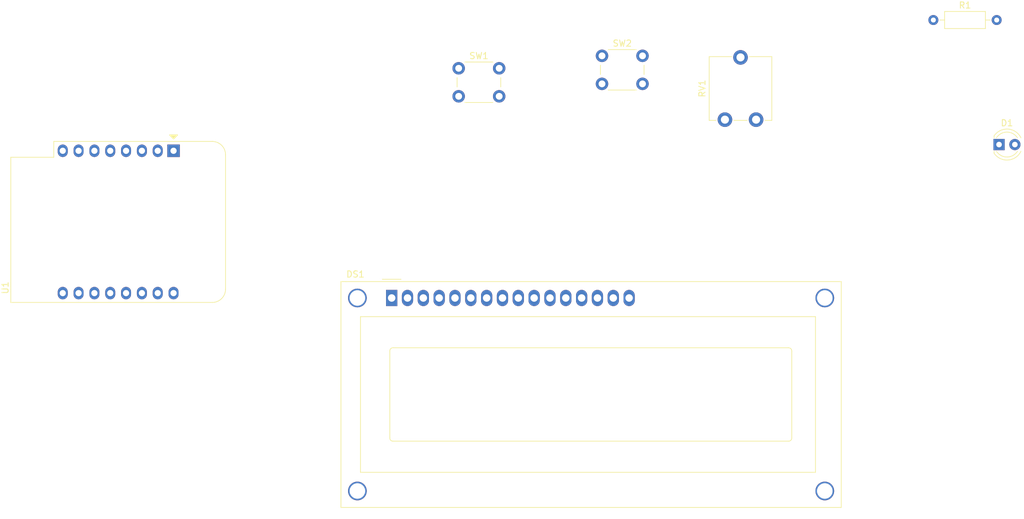
<source format=kicad_pcb>
(kicad_pcb (version 20211014) (generator pcbnew)
  (layers (0 "F.Cu" signal) (31 "B.Cu" signal) (34 "B.Paste" user) (35 "F.Paste" user) (36 "B.SilkS" user "B.Silkscreen") (37 "F.SilkS" user "F.Silkscreen") (38 "B.Mask" user) (39 "F.Mask" user) (44 "Edge.Cuts" user))
  (net 0 "")
  (net 1 "Net-(D1-Pad2)")
  (net 2 "Net-(R1-Pad1)")
  (net 5 "Net-(U1-Pad10)")
  (net 6 "Net-(U1-Pad9)")
  (net 7 "Net-(DS1-Pad3)")
  (net 8 "Net-(DS1-Pad4)")
  (net 9 "Net-(DS1-Pad6)")
  (net 17 "Net-(DS1-Pad11)")
  (net 18 "Net-(DS1-Pad12)")
  (net 19 "Net-(DS1-Pad13)")
  (net 20 "Net-(DS1-Pad14)")
  (net 21 "Net-(SW1-Pad2)")
  (net 22 "Net-(SW2-Pad2)")
  (footprint "Resistor_THT:R_Axial_DIN0207_L6.3mm_D2.5mm_P10.16mm_Horizontal" (layer "F.Cu") (at 192.92 59)
    (fp_text reference "R1" (at 5.08 -2.37) (layer "F.SilkS"))
    (fp_text value "220")
    (fp_line (start 1.81 -1.37) (end 1.81 1.37) (layer "F.SilkS") (width 0.12))
    (fp_line (start 1.04 0) (end 1.81 0) (layer "F.SilkS") (width 0.12))
    (fp_line (start 8.35 -1.37) (end 1.81 -1.37) (layer "F.SilkS") (width 0.12))
    (fp_line (start 9.12 0) (end 8.35 0) (layer "F.SilkS") (width 0.12))
    (fp_line (start 1.81 1.37) (end 8.35 1.37) (layer "F.SilkS") (width 0.12))
    (fp_line (start 8.35 1.37) (end 8.35 -1.37) (layer "F.SilkS") (width 0.12))
    (pad "1" thru_hole circle (at 0 0) (size 1.6 1.6) (drill 0.8) (layers *.Cu *.Mask) (net 2 "Net-(R1-Pad1)"))
    (pad "2" thru_hole oval (at 10.16 0) (size 1.6 1.6) (drill 0.8) (layers *.Cu *.Mask) (net 1 "Net-(D1-Pad2)"))
  )
  (footprint "LED_THT:LED_D4.0mm" (layer "F.Cu") (at 203.46 79)
    (fp_text reference "D1" (at 1.27 -3.46) (layer "F.SilkS"))
    (fp_text value "LED")
    (fp_line (start -0.79 -1.399) (end -0.79 -1.08) (layer "F.SilkS") (width 0.12))
    (fp_line (start -0.79 1.08) (end -0.79 1.399) (layer "F.SilkS") (width 0.12))
    (fp_arc (start -0.79 -1.398749) (mid 1.453519 -2.483228) (end 3.513242 -1.080724) (layer "F.SilkS") (width 0.12))
    (fp_arc (start 2.952713 1.080961) (mid 1.269429 2) (end -0.41333 1.08) (layer "F.SilkS") (width 0.12))
    (fp_arc (start 3.513242 1.080724) (mid 1.453519 2.483228) (end -0.79 1.398749) (layer "F.SilkS") (width 0.12))
    (fp_arc (start -0.41333 -1.08) (mid 1.269429 -2) (end 2.952713 -1.080961) (layer "F.SilkS") (width 0.12))
    (pad "1" thru_hole rect (at 0 0) (size 1.8 1.8) (drill 0.9) (layers *.Cu *.Mask) (net 5 "Net-(U1-Pad10)"))
    (pad "2" thru_hole circle (at 2.54 0) (size 1.8 1.8) (drill 0.9) (layers *.Cu *.Mask) (net 1 "Net-(D1-Pad2)"))
  )
  (footprint "Button_Switch_THT:SW_PUSH_6mm_H4.3mm" (layer "F.Cu") (at 139.75 64.75)
    (fp_text reference "SW2" (at 3.25 -2) (layer "F.SilkS"))
    (fp_text value "SW_Stop")
    (fp_line (start -0.25 1.5) (end -0.25 3) (layer "F.SilkS") (width 0.12))
    (fp_line (start 1 5.5) (end 5.5 5.5) (layer "F.SilkS") (width 0.12))
    (fp_line (start 5.5 -1) (end 1 -1) (layer "F.SilkS") (width 0.12))
    (fp_line (start 6.75 3) (end 6.75 1.5) (layer "F.SilkS") (width 0.12))
    (pad "1" thru_hole circle (at 0 0 90) (size 2 2) (drill 1.1) (layers *.Cu *.Mask) (net 5 "Net-(U1-Pad10)"))
    (pad "1" thru_hole circle (at 6.5 0 90) (size 2 2) (drill 1.1) (layers *.Cu *.Mask) (net 5 "Net-(U1-Pad10)"))
    (pad "2" thru_hole circle (at 0 4.5 90) (size 2 2) (drill 1.1) (layers *.Cu *.Mask) (net 22 "Net-(SW2-Pad2)"))
    (pad "2" thru_hole circle (at 6.5 4.5 90) (size 2 2) (drill 1.1) (layers *.Cu *.Mask) (net 22 "Net-(SW2-Pad2)"))
  )
  (footprint "Module:WEMOS_D1_mini_light" (layer "F.Cu") (at 71 80 -90)
    (fp_text reference "U1" (at 22 27 90) (layer "F.SilkS"))
    (fp_text value "WeMos_D1_mini")
    (fp_line (start -1.5 19.22) (end -1.5 -6.21) (layer "F.SilkS") (width 0.12))
    (fp_line (start 22.24 -8.34) (end 0.63 -8.34) (layer "F.SilkS") (width 0.12))
    (fp_line (start 1.04 19.22) (end 1.04 26.12) (layer "F.SilkS") (width 0.12))
    (fp_line (start -1.5 19.22) (end 1.04 19.22) (layer "F.SilkS") (width 0.12))
    (fp_line (start 24.36 26.12) (end 24.36 -6.21) (layer "F.SilkS") (width 0.12))
    (fp_line (start 1.04 26.12) (end 24.36 26.12) (layer "F.SilkS") (width 0.12))
    (fp_arc (start 22.23 -8.34) (mid 23.736137 -7.716137) (end 24.36 -6.21) (layer "F.SilkS") (width 0.12))
    (fp_arc (start -1.5 -6.21) (mid -0.876137 -7.716137) (end 0.63 -8.34) (layer "F.SilkS") (width 0.12))
    (fp_poly (pts (xy -2.54 -0.635) (xy -2.54 0.635) (xy -1.905 0)) (layer "F.SilkS") (width 0.15) (fill solid))
    (pad "1" thru_hole rect (at 0 0 270) (size 2 2) (drill 1) (layers *.Cu *.Mask))
    (pad "2" thru_hole oval (at 0 2.54 270) (size 2 1.6) (drill 1) (layers *.Cu *.Mask))
    (pad "3" thru_hole oval (at 0 5.08 270) (size 2 1.6) (drill 1) (layers *.Cu *.Mask) (net 17 "Net-(DS1-Pad11)"))
    (pad "4" thru_hole oval (at 0 7.62 270) (size 2 1.6) (drill 1) (layers *.Cu *.Mask) (net 20 "Net-(DS1-Pad14)"))
    (pad "5" thru_hole oval (at 0 10.16 270) (size 2 1.6) (drill 1) (layers *.Cu *.Mask) (net 19 "Net-(DS1-Pad13)"))
    (pad "6" thru_hole oval (at 0 12.7 270) (size 2 1.6) (drill 1) (layers *.Cu *.Mask) (net 18 "Net-(DS1-Pad12)"))
    (pad "7" thru_hole oval (at 0 15.24 270) (size 2 1.6) (drill 1) (layers *.Cu *.Mask) (net 9 "Net-(DS1-Pad6)"))
    (pad "8" thru_hole oval (at 0 17.78 270) (size 2 1.6) (drill 1) (layers *.Cu *.Mask))
    (pad "9" thru_hole oval (at 22.86 17.78 270) (size 2 1.6) (drill 1) (layers *.Cu *.Mask) (net 6 "Net-(U1-Pad9)"))
    (pad "10" thru_hole oval (at 22.86 15.24 270) (size 2 1.6) (drill 1) (layers *.Cu *.Mask) (net 5 "Net-(U1-Pad10)"))
    (pad "11" thru_hole oval (at 22.86 12.7 270) (size 2 1.6) (drill 1) (layers *.Cu *.Mask) (net 2 "Net-(R1-Pad1)"))
    (pad "12" thru_hole oval (at 22.86 10.16 270) (size 2 1.6) (drill 1) (layers *.Cu *.Mask) (net 21 "Net-(SW1-Pad2)"))
    (pad "13" thru_hole oval (at 22.86 7.62 270) (size 2 1.6) (drill 1) (layers *.Cu *.Mask) (net 22 "Net-(SW2-Pad2)"))
    (pad "14" thru_hole oval (at 22.86 5.08 270) (size 2 1.6) (drill 1) (layers *.Cu *.Mask) (net 8 "Net-(DS1-Pad4)"))
    (pad "15" thru_hole oval (at 22.86 2.54 270) (size 2 1.6) (drill 1) (layers *.Cu *.Mask))
    (pad "16" thru_hole oval (at 22.86 0 270) (size 2 1.6) (drill 1) (layers *.Cu *.Mask))
  )
  (footprint "Potentiometer_THT:Potentiometer_ACP_CA9-V10_Vertical" (layer "F.Cu") (at 164.475 75 90)
    (fp_text reference "RV1" (at 5 -8.65 90) (layer "F.SilkS"))
    (fp_text value "R_Potentiometer")
    (fp_line (start -0.12 1.425) (end -0.12 2.52) (layer "F.SilkS") (width 0.12))
    (fp_line (start -0.12 -7.521) (end -0.12 -6.426) (layer "F.SilkS") (width 0.12))
    (fp_line (start -0.12 2.52) (end 10.12 2.52) (layer "F.SilkS") (width 0.12))
    (fp_line (start -0.12 -7.521) (end 10.12 -7.521) (layer "F.SilkS") (width 0.12))
    (fp_line (start -0.12 -3.574) (end -0.12 -1.425) (layer "F.SilkS") (width 0.12))
    (fp_line (start 10.12 -7.521) (end 10.12 -3.925) (layer "F.SilkS") (width 0.12))
    (fp_line (start 10.12 -1.075) (end 10.12 2.52) (layer "F.SilkS") (width 0.12))
    (pad "1" thru_hole circle (at 0 0 90) (size 2.34 2.34) (drill 1.3) (layers *.Cu *.Mask) (net 5 "Net-(U1-Pad10)"))
    (pad "2" thru_hole circle (at 10 -2.5 90) (size 2.34 2.34) (drill 1.3) (layers *.Cu *.Mask) (net 7 "Net-(DS1-Pad3)"))
    (pad "3" thru_hole circle (at 0 -5 90) (size 2.34 2.34) (drill 1.3) (layers *.Cu *.Mask) (net 6 "Net-(U1-Pad9)"))
  )
  (footprint "Display:WC1602A" (layer "F.Cu") (at 106 103.6425)
    (fp_text reference "DS1" (at -5.82 -3.81) (layer "F.SilkS"))
    (fp_text value "WC1602A")
    (fp_line (start 68 28) (end -5 28) (layer "F.SilkS") (width 0.12))
    (fp_line (start 0.2 8) (end 63.7 8) (layer "F.SilkS") (width 0.12))
    (fp_line (start -0.29972 22.49932) (end -0.29972 8.5) (layer "F.SilkS") (width 0.12))
    (fp_line (start 72.14 33.64) (end 72.14 -2.64) (layer "F.SilkS") (width 0.12))
    (fp_line (start 64.2 8.5) (end 64.2 22.5) (layer "F.SilkS") (width 0.12))
    (fp_line (start -5 3) (end 68 3) (layer "F.SilkS") (width 0.12))
    (fp_line (start -8.14 33.64) (end 72.14 33.64) (layer "F.SilkS") (width 0.12))
    (fp_line (start -5 28) (end -5 3) (layer "F.SilkS") (width 0.12))
    (fp_line (start -8.13 -2.64) (end -7.34 -2.64) (layer "F.SilkS") (width 0.12))
    (fp_line (start -1.5 -3) (end 1.5 -3) (layer "F.SilkS") (width 0.12))
    (fp_line (start 72.14 -2.64) (end -7.34 -2.64) (layer "F.SilkS") (width 0.12))
    (fp_line (start -8.14 -2.64) (end -8.14 33.64) (layer "F.SilkS") (width 0.12))
    (fp_line (start 63.70066 23) (end 0.2 23) (layer "F.SilkS") (width 0.12))
    (fp_line (start 68 3) (end 68 28) (layer "F.SilkS") (width 0.12))
    (fp_arc (start 63.7 8) (mid 64.053553 8.146447) (end 64.2 8.5) (layer "F.SilkS") (width 0.12))
    (fp_arc (start -0.29972 8.49884) (mid -0.153162 8.145018) (end 0.20066 7.99846) (layer "F.SilkS") (width 0.12))
    (fp_arc (start 0.20066 22.9997) (mid -0.153162 22.853142) (end -0.29972 22.49932) (layer "F.SilkS") (width 0.12))
    (fp_arc (start 64.20104 22.49932) (mid 64.054482 22.853142) (end 63.70066 22.9997) (layer "F.SilkS") (width 0.12))
    (pad "" thru_hole circle (at -5.4991 0) (size 3 3) (drill 2.5) (layers *.Cu *.Mask))
    (pad "" thru_hole circle (at -5.4991 31.0007) (size 3 3) (drill 2.5) (layers *.Cu *.Mask))
    (pad "" thru_hole circle (at 69.5 0) (size 3 3) (drill 2.5) (layers *.Cu *.Mask))
    (pad "" thru_hole circle (at 69.49948 31.0007) (size 3 3) (drill 2.5) (layers *.Cu *.Mask))
    (pad "1" thru_hole rect (at 0 0) (size 1.8 2.6) (drill 1.2) (layers *.Cu *.Mask) (net 5 "Net-(U1-Pad10)"))
    (pad "2" thru_hole oval (at 2.54 0) (size 1.8 2.6) (drill 1.2) (layers *.Cu *.Mask) (net 6 "Net-(U1-Pad9)"))
    (pad "3" thru_hole oval (at 5.08 0) (size 1.8 2.6) (drill 1.2) (layers *.Cu *.Mask) (net 7 "Net-(DS1-Pad3)"))
    (pad "4" thru_hole oval (at 7.62 0) (size 1.8 2.6) (drill 1.2) (layers *.Cu *.Mask) (net 8 "Net-(DS1-Pad4)"))
    (pad "5" thru_hole oval (at 10.16 0) (size 1.8 2.6) (drill 1.2) (layers *.Cu *.Mask) (net 5 "Net-(U1-Pad10)"))
    (pad "6" thru_hole oval (at 12.7 0) (size 1.8 2.6) (drill 1.2) (layers *.Cu *.Mask) (net 9 "Net-(DS1-Pad6)"))
    (pad "7" thru_hole oval (at 15.24 0) (size 1.8 2.6) (drill 1.2) (layers *.Cu *.Mask))
    (pad "8" thru_hole oval (at 17.78 0) (size 1.8 2.6) (drill 1.2) (layers *.Cu *.Mask))
    (pad "9" thru_hole oval (at 20.32 0) (size 1.8 2.6) (drill 1.2) (layers *.Cu *.Mask))
    (pad "10" thru_hole oval (at 22.86 0) (size 1.8 2.6) (drill 1.2) (layers *.Cu *.Mask))
    (pad "11" thru_hole oval (at 25.4 0) (size 1.8 2.6) (drill 1.2) (layers *.Cu *.Mask) (net 17 "Net-(DS1-Pad11)"))
    (pad "12" thru_hole oval (at 27.94 0) (size 1.8 2.6) (drill 1.2) (layers *.Cu *.Mask) (net 18 "Net-(DS1-Pad12)"))
    (pad "13" thru_hole oval (at 30.48 0) (size 1.8 2.6) (drill 1.2) (layers *.Cu *.Mask) (net 19 "Net-(DS1-Pad13)"))
    (pad "14" thru_hole oval (at 33.02 0) (size 1.8 2.6) (drill 1.2) (layers *.Cu *.Mask) (net 20 "Net-(DS1-Pad14)"))
    (pad "15" thru_hole oval (at 35.56 0) (size 1.8 2.6) (drill 1.2) (layers *.Cu *.Mask) (net 6 "Net-(U1-Pad9)"))
    (pad "16" thru_hole oval (at 38.1 0) (size 1.8 2.6) (drill 1.2) (layers *.Cu *.Mask) (net 5 "Net-(U1-Pad10)"))
  )
  (footprint "Button_Switch_THT:SW_PUSH_6mm_H4.3mm" (layer "F.Cu") (at 116.75 66.75)
    (fp_text reference "SW1" (at 3.25 -2) (layer "F.SilkS"))
    (fp_text value "SW_Add")
    (fp_line (start 6.75 3) (end 6.75 1.5) (layer "F.SilkS") (width 0.12))
    (fp_line (start 5.5 -1) (end 1 -1) (layer "F.SilkS") (width 0.12))
    (fp_line (start 1 5.5) (end 5.5 5.5) (layer "F.SilkS") (width 0.12))
    (fp_line (start -0.25 1.5) (end -0.25 3) (layer "F.SilkS") (width 0.12))
    (pad "1" thru_hole circle (at 6.5 0 90) (size 2 2) (drill 1.1) (layers *.Cu *.Mask) (net 5 "Net-(U1-Pad10)"))
    (pad "1" thru_hole circle (at 0 0 90) (size 2 2) (drill 1.1) (layers *.Cu *.Mask) (net 5 "Net-(U1-Pad10)"))
    (pad "2" thru_hole circle (at 0 4.5 90) (size 2 2) (drill 1.1) (layers *.Cu *.Mask) (net 21 "Net-(SW1-Pad2)"))
    (pad "2" thru_hole circle (at 6.5 4.5 90) (size 2 2) (drill 1.1) (layers *.Cu *.Mask) (net 21 "Net-(SW1-Pad2)"))
  )
)
</source>
